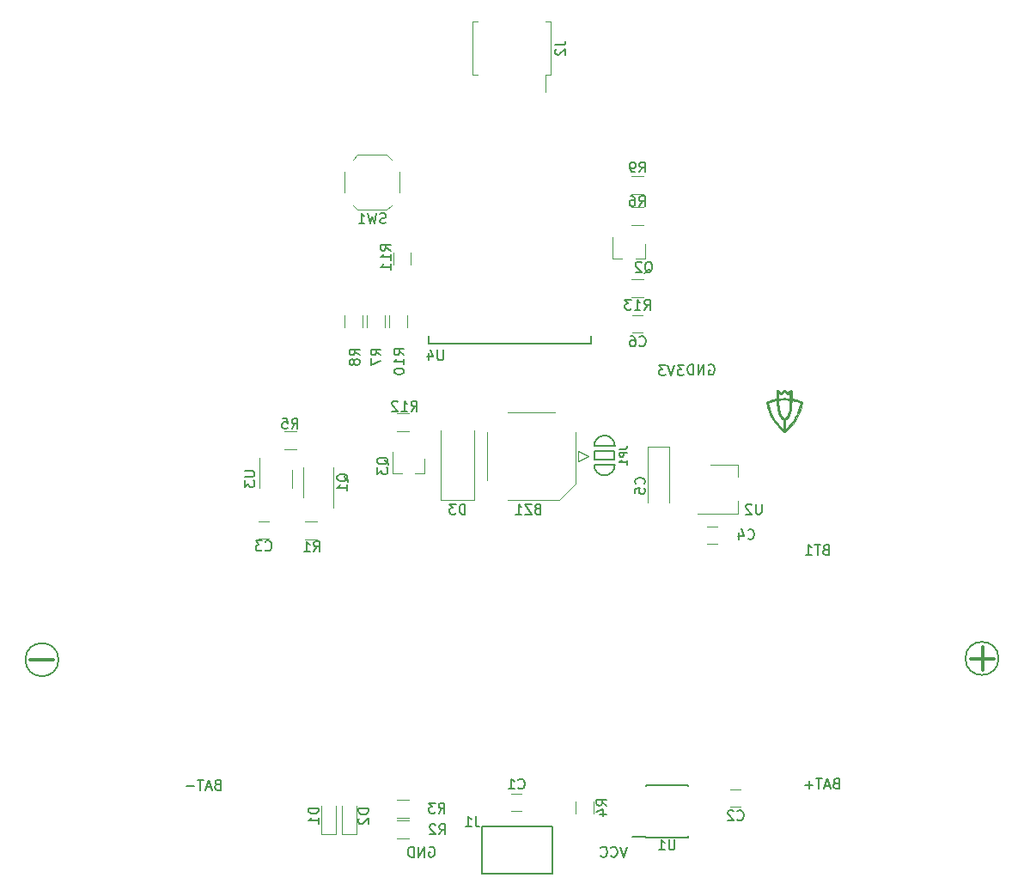
<source format=gbr>
G04 #@! TF.FileFunction,Legend,Bot*
%FSLAX46Y46*%
G04 Gerber Fmt 4.6, Leading zero omitted, Abs format (unit mm)*
G04 Created by KiCad (PCBNEW 4.0.6+dfsg1-1) date Mon Jun 11 19:18:17 2018*
%MOMM*%
%LPD*%
G01*
G04 APERTURE LIST*
%ADD10C,0.100000*%
%ADD11C,0.200000*%
%ADD12C,0.300000*%
%ADD13C,0.120000*%
%ADD14C,0.010000*%
%ADD15C,0.150000*%
%ADD16C,0.203200*%
%ADD17C,0.152400*%
G04 APERTURE END LIST*
D10*
D11*
X123508275Y-115887500D02*
G75*
G03X123508275Y-115887500I-1631775J0D01*
G01*
X216154775Y-115760500D02*
G75*
G03X216154775Y-115760500I-1631775J0D01*
G01*
D12*
X120733643Y-115911286D02*
X123019357Y-115911286D01*
X213443643Y-115784286D02*
X215729357Y-115784286D01*
X214586500Y-116927143D02*
X214586500Y-114641429D01*
D13*
X147618000Y-96925000D02*
X147618000Y-99925000D01*
X150618000Y-96925000D02*
X150618000Y-100925000D01*
D14*
G36*
X195016806Y-89284684D02*
X194993853Y-89297307D01*
X194962985Y-89321227D01*
X194921198Y-89358800D01*
X194865484Y-89412382D01*
X194858275Y-89419453D01*
X194717350Y-89557907D01*
X194572290Y-89419453D01*
X194511293Y-89362239D01*
X194464628Y-89321718D01*
X194429020Y-89296276D01*
X194401198Y-89284296D01*
X194377887Y-89284164D01*
X194355815Y-89294263D01*
X194340932Y-89305264D01*
X194310950Y-89329529D01*
X194307276Y-89743298D01*
X194303602Y-90157066D01*
X194275526Y-90163033D01*
X194247943Y-90168567D01*
X194205910Y-90176652D01*
X194171250Y-90183164D01*
X194097397Y-90198543D01*
X194007086Y-90219877D01*
X193907973Y-90245132D01*
X193807715Y-90272277D01*
X193713964Y-90299280D01*
X193634377Y-90324109D01*
X193612450Y-90331505D01*
X193509200Y-90368190D01*
X193428434Y-90399167D01*
X193368123Y-90425380D01*
X193326238Y-90447769D01*
X193300749Y-90467275D01*
X193291214Y-90480485D01*
X193285187Y-90513840D01*
X193286548Y-90567973D01*
X193294569Y-90639595D01*
X193308523Y-90725418D01*
X193327680Y-90822152D01*
X193351313Y-90926506D01*
X193378693Y-91035193D01*
X193409092Y-91144922D01*
X193441783Y-91252404D01*
X193476037Y-91354349D01*
X193497668Y-91413144D01*
X193620008Y-91699930D01*
X193766144Y-91983748D01*
X193934479Y-92262317D01*
X194123419Y-92533360D01*
X194331368Y-92794595D01*
X194556732Y-93043744D01*
X194797914Y-93278528D01*
X194812600Y-93291879D01*
X194882455Y-93354040D01*
X194937112Y-93399921D01*
X194979151Y-93431388D01*
X195011151Y-93450305D01*
X195035691Y-93458534D01*
X195044204Y-93459252D01*
X195063427Y-93451463D01*
X195095818Y-93430630D01*
X195135593Y-93400623D01*
X195152154Y-93387019D01*
X195306373Y-93251926D01*
X195456170Y-93110518D01*
X195593328Y-92970624D01*
X195623035Y-92938600D01*
X195848558Y-92677111D01*
X196051246Y-92409768D01*
X196230704Y-92137298D01*
X196386540Y-91860427D01*
X196518358Y-91579883D01*
X196625765Y-91296391D01*
X196708367Y-91010679D01*
X196736827Y-90884089D01*
X196754320Y-90793254D01*
X196768849Y-90706791D01*
X196779900Y-90628776D01*
X196786325Y-90569157D01*
X196617633Y-90569157D01*
X196609443Y-90633103D01*
X196568013Y-90871624D01*
X196504315Y-91117174D01*
X196419339Y-91366577D01*
X196314076Y-91616657D01*
X196280481Y-91687650D01*
X196175836Y-91891578D01*
X196064814Y-92083660D01*
X195943992Y-92268937D01*
X195809944Y-92452451D01*
X195659246Y-92639242D01*
X195542176Y-92774465D01*
X195497638Y-92823296D01*
X195445819Y-92877955D01*
X195389703Y-92935527D01*
X195332272Y-92993100D01*
X195276509Y-93047760D01*
X195225398Y-93096595D01*
X195181921Y-93136690D01*
X195149061Y-93165133D01*
X195129801Y-93179010D01*
X195127036Y-93179900D01*
X195124853Y-93167666D01*
X195122844Y-93132828D01*
X195121065Y-93078184D01*
X195119574Y-93006528D01*
X195118428Y-92920657D01*
X195117685Y-92823367D01*
X195117402Y-92717454D01*
X195117400Y-92710326D01*
X195117400Y-92242524D01*
X194952300Y-92242524D01*
X194952300Y-92711212D01*
X194952084Y-92817485D01*
X194951467Y-92915315D01*
X194950499Y-93001903D01*
X194949231Y-93074449D01*
X194947710Y-93130157D01*
X194945988Y-93166225D01*
X194944114Y-93179856D01*
X194944000Y-93179900D01*
X194932587Y-93171439D01*
X194906406Y-93148062D01*
X194868687Y-93112772D01*
X194822660Y-93068573D01*
X194790362Y-93037025D01*
X194550410Y-92786105D01*
X194332134Y-92526684D01*
X194136023Y-92259630D01*
X193962566Y-91985810D01*
X193812253Y-91706093D01*
X193685573Y-91421346D01*
X193583015Y-91132438D01*
X193505068Y-90840237D01*
X193478492Y-90709750D01*
X193468170Y-90651892D01*
X193462752Y-90613839D01*
X193462149Y-90590493D01*
X193466275Y-90576753D01*
X193475043Y-90567521D01*
X193476039Y-90566751D01*
X193501897Y-90553110D01*
X193548475Y-90534611D01*
X193611819Y-90512412D01*
X193687971Y-90487675D01*
X193772975Y-90461557D01*
X193862877Y-90435219D01*
X193953719Y-90409819D01*
X194041546Y-90386518D01*
X194122402Y-90366474D01*
X194192330Y-90350848D01*
X194246594Y-90340914D01*
X194304600Y-90332215D01*
X194304789Y-90501932D01*
X194311534Y-90766511D01*
X194331076Y-91012324D01*
X194363283Y-91238775D01*
X194408025Y-91445269D01*
X194465170Y-91631208D01*
X194534587Y-91795997D01*
X194616146Y-91939038D01*
X194622392Y-91948348D01*
X194675377Y-92017559D01*
X194738343Y-92085896D01*
X194804633Y-92146868D01*
X194867589Y-92193983D01*
X194885370Y-92204751D01*
X194952300Y-92242524D01*
X195117400Y-92242524D01*
X195117400Y-92240752D01*
X195158675Y-92219878D01*
X195257157Y-92156685D01*
X195350085Y-92070301D01*
X195436089Y-91962587D01*
X195513797Y-91835407D01*
X195581839Y-91690622D01*
X195616932Y-91597583D01*
X195658299Y-91465389D01*
X195691866Y-91329107D01*
X195718245Y-91184658D01*
X195738048Y-91027966D01*
X195751886Y-90854956D01*
X195760370Y-90661549D01*
X195761064Y-90636511D01*
X195768961Y-90334673D01*
X195814656Y-90342519D01*
X196022364Y-90385062D01*
X196239177Y-90442324D01*
X196455558Y-90511769D01*
X196467592Y-90516011D01*
X196617633Y-90569157D01*
X196786325Y-90569157D01*
X196786958Y-90563289D01*
X196789510Y-90514408D01*
X196787042Y-90486212D01*
X196787009Y-90486109D01*
X196771773Y-90466713D01*
X196741248Y-90443784D01*
X196718273Y-90430690D01*
X196654589Y-90402144D01*
X196570802Y-90370201D01*
X196471743Y-90336320D01*
X196397978Y-90313171D01*
X195590160Y-90313171D01*
X195583895Y-90657510D01*
X195581328Y-90775449D01*
X195578158Y-90872406D01*
X195574093Y-90952802D01*
X195568839Y-91021052D01*
X195562104Y-91081576D01*
X195553595Y-91138790D01*
X195550954Y-91154250D01*
X195512044Y-91344619D01*
X195465619Y-91512443D01*
X195410918Y-91659664D01*
X195347175Y-91788224D01*
X195273629Y-91900064D01*
X195242282Y-91939381D01*
X195207705Y-91975229D01*
X195164876Y-92012196D01*
X195119816Y-92045894D01*
X195078545Y-92071937D01*
X195047083Y-92085936D01*
X195039473Y-92087179D01*
X195019165Y-92080706D01*
X194985221Y-92063179D01*
X194944699Y-92038275D01*
X194941463Y-92036126D01*
X194851612Y-91961499D01*
X194770605Y-91864208D01*
X194698837Y-91745543D01*
X194636702Y-91606794D01*
X194584596Y-91449251D01*
X194542914Y-91274203D01*
X194512051Y-91082941D01*
X194492401Y-90876753D01*
X194484360Y-90656930D01*
X194484776Y-90544650D01*
X194488750Y-90303350D01*
X194558600Y-90294606D01*
X194634476Y-90287218D01*
X194726176Y-90281689D01*
X194829485Y-90277971D01*
X194940189Y-90276019D01*
X195054074Y-90275784D01*
X195166924Y-90277222D01*
X195274524Y-90280285D01*
X195372660Y-90284928D01*
X195457118Y-90291102D01*
X195523681Y-90298763D01*
X195560155Y-90305661D01*
X195590160Y-90313171D01*
X196397978Y-90313171D01*
X196362241Y-90301956D01*
X196247125Y-90268569D01*
X196131225Y-90237614D01*
X196019370Y-90210550D01*
X195917500Y-90189046D01*
X195865575Y-90178845D01*
X195821429Y-90169745D01*
X195792413Y-90163278D01*
X195787325Y-90161957D01*
X195781148Y-90158642D01*
X195776229Y-90150881D01*
X195772426Y-90136054D01*
X195769597Y-90111543D01*
X195767600Y-90074731D01*
X195766294Y-90023000D01*
X195765537Y-89953731D01*
X195765186Y-89864305D01*
X195765101Y-89752106D01*
X195765100Y-89751756D01*
X195765040Y-89639660D01*
X195764807Y-89568695D01*
X195587300Y-89568695D01*
X195587300Y-90133225D01*
X195476175Y-90123037D01*
X195432757Y-90120255D01*
X195368786Y-90117763D01*
X195289109Y-90115669D01*
X195198572Y-90114082D01*
X195102021Y-90113110D01*
X195022150Y-90112850D01*
X194925194Y-90113203D01*
X194831127Y-90114200D01*
X194744601Y-90115739D01*
X194670262Y-90117724D01*
X194612761Y-90120055D01*
X194580825Y-90122213D01*
X194482400Y-90131576D01*
X194482400Y-89568695D01*
X194582542Y-89666147D01*
X194629453Y-89711130D01*
X194666508Y-89742094D01*
X194697905Y-89758482D01*
X194727837Y-89759738D01*
X194760501Y-89745305D01*
X194800092Y-89714626D01*
X194850806Y-89667146D01*
X194893926Y-89624839D01*
X195034850Y-89486079D01*
X195177568Y-89624839D01*
X195237224Y-89681730D01*
X195282360Y-89721958D01*
X195315609Y-89747597D01*
X195339600Y-89760719D01*
X195353651Y-89763600D01*
X195376282Y-89757583D01*
X195406861Y-89738057D01*
X195448424Y-89702805D01*
X195487159Y-89666147D01*
X195587300Y-89568695D01*
X195764807Y-89568695D01*
X195764745Y-89550140D01*
X195764046Y-89480372D01*
X195762773Y-89427534D01*
X195760756Y-89388803D01*
X195757824Y-89361353D01*
X195753809Y-89342363D01*
X195748539Y-89329008D01*
X195741846Y-89318465D01*
X195738779Y-89314462D01*
X195718577Y-89292926D01*
X195697772Y-89282281D01*
X195673421Y-89283833D01*
X195642581Y-89298892D01*
X195602309Y-89328763D01*
X195549663Y-89374755D01*
X195500672Y-89420251D01*
X195352780Y-89559503D01*
X195211640Y-89420251D01*
X195154258Y-89364559D01*
X195111113Y-89325157D01*
X195079205Y-89299682D01*
X195055533Y-89285771D01*
X195037097Y-89281060D01*
X195034851Y-89281000D01*
X195016806Y-89284684D01*
X195016806Y-89284684D01*
G37*
X195016806Y-89284684D02*
X194993853Y-89297307D01*
X194962985Y-89321227D01*
X194921198Y-89358800D01*
X194865484Y-89412382D01*
X194858275Y-89419453D01*
X194717350Y-89557907D01*
X194572290Y-89419453D01*
X194511293Y-89362239D01*
X194464628Y-89321718D01*
X194429020Y-89296276D01*
X194401198Y-89284296D01*
X194377887Y-89284164D01*
X194355815Y-89294263D01*
X194340932Y-89305264D01*
X194310950Y-89329529D01*
X194307276Y-89743298D01*
X194303602Y-90157066D01*
X194275526Y-90163033D01*
X194247943Y-90168567D01*
X194205910Y-90176652D01*
X194171250Y-90183164D01*
X194097397Y-90198543D01*
X194007086Y-90219877D01*
X193907973Y-90245132D01*
X193807715Y-90272277D01*
X193713964Y-90299280D01*
X193634377Y-90324109D01*
X193612450Y-90331505D01*
X193509200Y-90368190D01*
X193428434Y-90399167D01*
X193368123Y-90425380D01*
X193326238Y-90447769D01*
X193300749Y-90467275D01*
X193291214Y-90480485D01*
X193285187Y-90513840D01*
X193286548Y-90567973D01*
X193294569Y-90639595D01*
X193308523Y-90725418D01*
X193327680Y-90822152D01*
X193351313Y-90926506D01*
X193378693Y-91035193D01*
X193409092Y-91144922D01*
X193441783Y-91252404D01*
X193476037Y-91354349D01*
X193497668Y-91413144D01*
X193620008Y-91699930D01*
X193766144Y-91983748D01*
X193934479Y-92262317D01*
X194123419Y-92533360D01*
X194331368Y-92794595D01*
X194556732Y-93043744D01*
X194797914Y-93278528D01*
X194812600Y-93291879D01*
X194882455Y-93354040D01*
X194937112Y-93399921D01*
X194979151Y-93431388D01*
X195011151Y-93450305D01*
X195035691Y-93458534D01*
X195044204Y-93459252D01*
X195063427Y-93451463D01*
X195095818Y-93430630D01*
X195135593Y-93400623D01*
X195152154Y-93387019D01*
X195306373Y-93251926D01*
X195456170Y-93110518D01*
X195593328Y-92970624D01*
X195623035Y-92938600D01*
X195848558Y-92677111D01*
X196051246Y-92409768D01*
X196230704Y-92137298D01*
X196386540Y-91860427D01*
X196518358Y-91579883D01*
X196625765Y-91296391D01*
X196708367Y-91010679D01*
X196736827Y-90884089D01*
X196754320Y-90793254D01*
X196768849Y-90706791D01*
X196779900Y-90628776D01*
X196786325Y-90569157D01*
X196617633Y-90569157D01*
X196609443Y-90633103D01*
X196568013Y-90871624D01*
X196504315Y-91117174D01*
X196419339Y-91366577D01*
X196314076Y-91616657D01*
X196280481Y-91687650D01*
X196175836Y-91891578D01*
X196064814Y-92083660D01*
X195943992Y-92268937D01*
X195809944Y-92452451D01*
X195659246Y-92639242D01*
X195542176Y-92774465D01*
X195497638Y-92823296D01*
X195445819Y-92877955D01*
X195389703Y-92935527D01*
X195332272Y-92993100D01*
X195276509Y-93047760D01*
X195225398Y-93096595D01*
X195181921Y-93136690D01*
X195149061Y-93165133D01*
X195129801Y-93179010D01*
X195127036Y-93179900D01*
X195124853Y-93167666D01*
X195122844Y-93132828D01*
X195121065Y-93078184D01*
X195119574Y-93006528D01*
X195118428Y-92920657D01*
X195117685Y-92823367D01*
X195117402Y-92717454D01*
X195117400Y-92710326D01*
X195117400Y-92242524D01*
X194952300Y-92242524D01*
X194952300Y-92711212D01*
X194952084Y-92817485D01*
X194951467Y-92915315D01*
X194950499Y-93001903D01*
X194949231Y-93074449D01*
X194947710Y-93130157D01*
X194945988Y-93166225D01*
X194944114Y-93179856D01*
X194944000Y-93179900D01*
X194932587Y-93171439D01*
X194906406Y-93148062D01*
X194868687Y-93112772D01*
X194822660Y-93068573D01*
X194790362Y-93037025D01*
X194550410Y-92786105D01*
X194332134Y-92526684D01*
X194136023Y-92259630D01*
X193962566Y-91985810D01*
X193812253Y-91706093D01*
X193685573Y-91421346D01*
X193583015Y-91132438D01*
X193505068Y-90840237D01*
X193478492Y-90709750D01*
X193468170Y-90651892D01*
X193462752Y-90613839D01*
X193462149Y-90590493D01*
X193466275Y-90576753D01*
X193475043Y-90567521D01*
X193476039Y-90566751D01*
X193501897Y-90553110D01*
X193548475Y-90534611D01*
X193611819Y-90512412D01*
X193687971Y-90487675D01*
X193772975Y-90461557D01*
X193862877Y-90435219D01*
X193953719Y-90409819D01*
X194041546Y-90386518D01*
X194122402Y-90366474D01*
X194192330Y-90350848D01*
X194246594Y-90340914D01*
X194304600Y-90332215D01*
X194304789Y-90501932D01*
X194311534Y-90766511D01*
X194331076Y-91012324D01*
X194363283Y-91238775D01*
X194408025Y-91445269D01*
X194465170Y-91631208D01*
X194534587Y-91795997D01*
X194616146Y-91939038D01*
X194622392Y-91948348D01*
X194675377Y-92017559D01*
X194738343Y-92085896D01*
X194804633Y-92146868D01*
X194867589Y-92193983D01*
X194885370Y-92204751D01*
X194952300Y-92242524D01*
X195117400Y-92242524D01*
X195117400Y-92240752D01*
X195158675Y-92219878D01*
X195257157Y-92156685D01*
X195350085Y-92070301D01*
X195436089Y-91962587D01*
X195513797Y-91835407D01*
X195581839Y-91690622D01*
X195616932Y-91597583D01*
X195658299Y-91465389D01*
X195691866Y-91329107D01*
X195718245Y-91184658D01*
X195738048Y-91027966D01*
X195751886Y-90854956D01*
X195760370Y-90661549D01*
X195761064Y-90636511D01*
X195768961Y-90334673D01*
X195814656Y-90342519D01*
X196022364Y-90385062D01*
X196239177Y-90442324D01*
X196455558Y-90511769D01*
X196467592Y-90516011D01*
X196617633Y-90569157D01*
X196786325Y-90569157D01*
X196786958Y-90563289D01*
X196789510Y-90514408D01*
X196787042Y-90486212D01*
X196787009Y-90486109D01*
X196771773Y-90466713D01*
X196741248Y-90443784D01*
X196718273Y-90430690D01*
X196654589Y-90402144D01*
X196570802Y-90370201D01*
X196471743Y-90336320D01*
X196397978Y-90313171D01*
X195590160Y-90313171D01*
X195583895Y-90657510D01*
X195581328Y-90775449D01*
X195578158Y-90872406D01*
X195574093Y-90952802D01*
X195568839Y-91021052D01*
X195562104Y-91081576D01*
X195553595Y-91138790D01*
X195550954Y-91154250D01*
X195512044Y-91344619D01*
X195465619Y-91512443D01*
X195410918Y-91659664D01*
X195347175Y-91788224D01*
X195273629Y-91900064D01*
X195242282Y-91939381D01*
X195207705Y-91975229D01*
X195164876Y-92012196D01*
X195119816Y-92045894D01*
X195078545Y-92071937D01*
X195047083Y-92085936D01*
X195039473Y-92087179D01*
X195019165Y-92080706D01*
X194985221Y-92063179D01*
X194944699Y-92038275D01*
X194941463Y-92036126D01*
X194851612Y-91961499D01*
X194770605Y-91864208D01*
X194698837Y-91745543D01*
X194636702Y-91606794D01*
X194584596Y-91449251D01*
X194542914Y-91274203D01*
X194512051Y-91082941D01*
X194492401Y-90876753D01*
X194484360Y-90656930D01*
X194484776Y-90544650D01*
X194488750Y-90303350D01*
X194558600Y-90294606D01*
X194634476Y-90287218D01*
X194726176Y-90281689D01*
X194829485Y-90277971D01*
X194940189Y-90276019D01*
X195054074Y-90275784D01*
X195166924Y-90277222D01*
X195274524Y-90280285D01*
X195372660Y-90284928D01*
X195457118Y-90291102D01*
X195523681Y-90298763D01*
X195560155Y-90305661D01*
X195590160Y-90313171D01*
X196397978Y-90313171D01*
X196362241Y-90301956D01*
X196247125Y-90268569D01*
X196131225Y-90237614D01*
X196019370Y-90210550D01*
X195917500Y-90189046D01*
X195865575Y-90178845D01*
X195821429Y-90169745D01*
X195792413Y-90163278D01*
X195787325Y-90161957D01*
X195781148Y-90158642D01*
X195776229Y-90150881D01*
X195772426Y-90136054D01*
X195769597Y-90111543D01*
X195767600Y-90074731D01*
X195766294Y-90023000D01*
X195765537Y-89953731D01*
X195765186Y-89864305D01*
X195765101Y-89752106D01*
X195765100Y-89751756D01*
X195765040Y-89639660D01*
X195764807Y-89568695D01*
X195587300Y-89568695D01*
X195587300Y-90133225D01*
X195476175Y-90123037D01*
X195432757Y-90120255D01*
X195368786Y-90117763D01*
X195289109Y-90115669D01*
X195198572Y-90114082D01*
X195102021Y-90113110D01*
X195022150Y-90112850D01*
X194925194Y-90113203D01*
X194831127Y-90114200D01*
X194744601Y-90115739D01*
X194670262Y-90117724D01*
X194612761Y-90120055D01*
X194580825Y-90122213D01*
X194482400Y-90131576D01*
X194482400Y-89568695D01*
X194582542Y-89666147D01*
X194629453Y-89711130D01*
X194666508Y-89742094D01*
X194697905Y-89758482D01*
X194727837Y-89759738D01*
X194760501Y-89745305D01*
X194800092Y-89714626D01*
X194850806Y-89667146D01*
X194893926Y-89624839D01*
X195034850Y-89486079D01*
X195177568Y-89624839D01*
X195237224Y-89681730D01*
X195282360Y-89721958D01*
X195315609Y-89747597D01*
X195339600Y-89760719D01*
X195353651Y-89763600D01*
X195376282Y-89757583D01*
X195406861Y-89738057D01*
X195448424Y-89702805D01*
X195487159Y-89666147D01*
X195587300Y-89568695D01*
X195764807Y-89568695D01*
X195764745Y-89550140D01*
X195764046Y-89480372D01*
X195762773Y-89427534D01*
X195760756Y-89388803D01*
X195757824Y-89361353D01*
X195753809Y-89342363D01*
X195748539Y-89329008D01*
X195741846Y-89318465D01*
X195738779Y-89314462D01*
X195718577Y-89292926D01*
X195697772Y-89282281D01*
X195673421Y-89283833D01*
X195642581Y-89298892D01*
X195602309Y-89328763D01*
X195549663Y-89374755D01*
X195500672Y-89420251D01*
X195352780Y-89559503D01*
X195211640Y-89420251D01*
X195154258Y-89364559D01*
X195111113Y-89325157D01*
X195079205Y-89299682D01*
X195055533Y-89285771D01*
X195037097Y-89281060D01*
X195034851Y-89281000D01*
X195016806Y-89284684D01*
D10*
X174762000Y-96326000D02*
X174762000Y-95326000D01*
X175762000Y-95826000D02*
X174762000Y-95326000D01*
X174762000Y-96326000D02*
X175762000Y-95826000D01*
X174462000Y-98476000D02*
X174462000Y-98576000D01*
X174462000Y-98576000D02*
X172862000Y-100176000D01*
X172862000Y-100176000D02*
X167762000Y-100176000D01*
X167762000Y-91476000D02*
X172462000Y-91476000D01*
X165762000Y-98176000D02*
X165762000Y-93476000D01*
X174462000Y-98476000D02*
X174462000Y-93476000D01*
D13*
X168156000Y-129071000D02*
X169156000Y-129071000D01*
X169156000Y-130771000D02*
X168156000Y-130771000D01*
X190746000Y-130390000D02*
X189746000Y-130390000D01*
X189746000Y-128690000D02*
X190746000Y-128690000D01*
X143220500Y-102274000D02*
X144220500Y-102274000D01*
X144220500Y-103974000D02*
X143220500Y-103974000D01*
X187460000Y-102782000D02*
X188460000Y-102782000D01*
X188460000Y-104482000D02*
X187460000Y-104482000D01*
X181576000Y-94906000D02*
X181576000Y-100406000D01*
X183676000Y-94906000D02*
X183676000Y-100406000D01*
X181576000Y-94906000D02*
X183676000Y-94906000D01*
X181094000Y-83654000D02*
X180094000Y-83654000D01*
X180094000Y-81954000D02*
X181094000Y-81954000D01*
X150814000Y-133118000D02*
X149414000Y-133118000D01*
X149414000Y-133118000D02*
X149414000Y-130318000D01*
X150814000Y-133118000D02*
X150814000Y-130318000D01*
X152846000Y-133118000D02*
X151446000Y-133118000D01*
X151446000Y-133118000D02*
X151446000Y-130318000D01*
X152846000Y-133118000D02*
X152846000Y-130318000D01*
X164464000Y-100158000D02*
X161164000Y-100158000D01*
X161164000Y-100158000D02*
X161164000Y-93258000D01*
X164464000Y-100158000D02*
X164464000Y-93258000D01*
D15*
X172156000Y-132300000D02*
X172156000Y-137000000D01*
X172156000Y-137000000D02*
X165256000Y-137000000D01*
X165256000Y-137000000D02*
X165256000Y-132300000D01*
X165256000Y-132300000D02*
X172156000Y-132300000D01*
D13*
X171488000Y-58226000D02*
X172018000Y-58226000D01*
X172018000Y-58226000D02*
X172018000Y-53026000D01*
X172018000Y-53026000D02*
X171488000Y-53026000D01*
X164808000Y-58226000D02*
X164278000Y-58226000D01*
X164278000Y-58226000D02*
X164278000Y-53026000D01*
X164278000Y-53026000D02*
X164808000Y-53026000D01*
X171488000Y-59896000D02*
X171488000Y-58226000D01*
D16*
X176312000Y-95358000D02*
X178312000Y-95358000D01*
X178312000Y-95358000D02*
X178312000Y-96158000D01*
X178312000Y-96158000D02*
X176312000Y-96158000D01*
X176312000Y-96158000D02*
X176312000Y-95358000D01*
X178328000Y-96712000D02*
X176296000Y-96712000D01*
X176296000Y-94804000D02*
X178328000Y-94804000D01*
X178328000Y-96712000D02*
G75*
G02X177312000Y-97728000I-1016000J0D01*
G01*
X177312000Y-97728000D02*
G75*
G02X176296000Y-96712000I0J1016000D01*
G01*
X176296000Y-94804000D02*
G75*
G02X177312000Y-93788000I1016000J0D01*
G01*
X177312000Y-93788000D02*
G75*
G02X178328000Y-94804000I0J-1016000D01*
G01*
D13*
X181305000Y-76388500D02*
X180375000Y-76388500D01*
X178145000Y-76388500D02*
X179075000Y-76388500D01*
X178145000Y-76388500D02*
X178145000Y-74228500D01*
X181305000Y-76388500D02*
X181305000Y-74928500D01*
X159568000Y-97534000D02*
X158638000Y-97534000D01*
X156408000Y-97534000D02*
X157338000Y-97534000D01*
X156408000Y-97534000D02*
X156408000Y-95374000D01*
X159568000Y-97534000D02*
X159568000Y-96074000D01*
X147819500Y-104004000D02*
X149019500Y-104004000D01*
X149019500Y-102244000D02*
X147819500Y-102244000D01*
X156880000Y-133468000D02*
X158080000Y-133468000D01*
X158080000Y-131708000D02*
X156880000Y-131708000D01*
X156880000Y-131436000D02*
X158080000Y-131436000D01*
X158080000Y-129676000D02*
X156880000Y-129676000D01*
X174507000Y-129829000D02*
X174507000Y-131029000D01*
X176267000Y-131029000D02*
X176267000Y-129829000D01*
X146924000Y-93354000D02*
X145724000Y-93354000D01*
X145724000Y-95114000D02*
X146924000Y-95114000D01*
X181194000Y-71256000D02*
X179994000Y-71256000D01*
X179994000Y-73016000D02*
X181194000Y-73016000D01*
X153889500Y-81950000D02*
X153889500Y-83150000D01*
X155649500Y-83150000D02*
X155649500Y-81950000D01*
X151730500Y-81950000D02*
X151730500Y-83150000D01*
X153490500Y-83150000D02*
X153490500Y-81950000D01*
X179994000Y-69968000D02*
X181194000Y-69968000D01*
X181194000Y-68208000D02*
X179994000Y-68208000D01*
X157852000Y-83150000D02*
X157852000Y-81950000D01*
X156092000Y-81950000D02*
X156092000Y-83150000D01*
X156493000Y-75790500D02*
X156493000Y-76990500D01*
X158253000Y-76990500D02*
X158253000Y-75790500D01*
X158080000Y-91576000D02*
X156880000Y-91576000D01*
X156880000Y-93336000D02*
X158080000Y-93336000D01*
X181194000Y-78368000D02*
X179994000Y-78368000D01*
X179994000Y-80128000D02*
X181194000Y-80128000D01*
X152982000Y-71534000D02*
X155882000Y-71534000D01*
X152532000Y-71084000D02*
X152982000Y-71534000D01*
X151732000Y-67834000D02*
X151732000Y-69834000D01*
X152982000Y-66134000D02*
X152532000Y-66584000D01*
X155882000Y-66134000D02*
X152982000Y-66134000D01*
X156332000Y-66584000D02*
X155882000Y-66134000D01*
X157132000Y-69834000D02*
X157132000Y-67834000D01*
X155882000Y-71534000D02*
X156332000Y-71084000D01*
D15*
X181440000Y-133385000D02*
X181440000Y-133335000D01*
X185590000Y-133385000D02*
X185590000Y-133240000D01*
X185590000Y-128235000D02*
X185590000Y-128380000D01*
X181440000Y-128235000D02*
X181440000Y-128380000D01*
X181440000Y-133385000D02*
X185590000Y-133385000D01*
X181440000Y-128235000D02*
X185590000Y-128235000D01*
X181440000Y-133335000D02*
X180040000Y-133335000D01*
D13*
X190502000Y-97860000D02*
X190502000Y-96660000D01*
X190502000Y-96660000D02*
X187802000Y-96660000D01*
X186502000Y-101460000D02*
X190502000Y-101460000D01*
X190502000Y-101460000D02*
X190502000Y-100260000D01*
X146537000Y-97144000D02*
X146537000Y-98944000D01*
X143317000Y-98944000D02*
X143317000Y-95994000D01*
D17*
X176022000Y-83947000D02*
X176022000Y-84709000D01*
X176022000Y-84709000D02*
X160020000Y-84709000D01*
X160020000Y-84709000D02*
X160020000Y-83947000D01*
D15*
X152065619Y-98329762D02*
X152018000Y-98234524D01*
X151922762Y-98139286D01*
X151779905Y-97996429D01*
X151732286Y-97901190D01*
X151732286Y-97805952D01*
X151970381Y-97853571D02*
X151922762Y-97758333D01*
X151827524Y-97663095D01*
X151637048Y-97615476D01*
X151303714Y-97615476D01*
X151113238Y-97663095D01*
X151018000Y-97758333D01*
X150970381Y-97853571D01*
X150970381Y-98044048D01*
X151018000Y-98139286D01*
X151113238Y-98234524D01*
X151303714Y-98282143D01*
X151637048Y-98282143D01*
X151827524Y-98234524D01*
X151922762Y-98139286D01*
X151970381Y-98044048D01*
X151970381Y-97853571D01*
X151970381Y-99234524D02*
X151970381Y-98663095D01*
X151970381Y-98948809D02*
X150970381Y-98948809D01*
X151113238Y-98853571D01*
X151208476Y-98758333D01*
X151256095Y-98663095D01*
X199116214Y-105021071D02*
X198973357Y-105068690D01*
X198925738Y-105116310D01*
X198878119Y-105211548D01*
X198878119Y-105354405D01*
X198925738Y-105449643D01*
X198973357Y-105497262D01*
X199068595Y-105544881D01*
X199449548Y-105544881D01*
X199449548Y-104544881D01*
X199116214Y-104544881D01*
X199020976Y-104592500D01*
X198973357Y-104640119D01*
X198925738Y-104735357D01*
X198925738Y-104830595D01*
X198973357Y-104925833D01*
X199020976Y-104973452D01*
X199116214Y-105021071D01*
X199449548Y-105021071D01*
X198592405Y-104544881D02*
X198020976Y-104544881D01*
X198306691Y-105544881D02*
X198306691Y-104544881D01*
X197163833Y-105544881D02*
X197735262Y-105544881D01*
X197449548Y-105544881D02*
X197449548Y-104544881D01*
X197544786Y-104687738D01*
X197640024Y-104782976D01*
X197735262Y-104830595D01*
X170699952Y-101020571D02*
X170557095Y-101068190D01*
X170509476Y-101115810D01*
X170461857Y-101211048D01*
X170461857Y-101353905D01*
X170509476Y-101449143D01*
X170557095Y-101496762D01*
X170652333Y-101544381D01*
X171033286Y-101544381D01*
X171033286Y-100544381D01*
X170699952Y-100544381D01*
X170604714Y-100592000D01*
X170557095Y-100639619D01*
X170509476Y-100734857D01*
X170509476Y-100830095D01*
X170557095Y-100925333D01*
X170604714Y-100972952D01*
X170699952Y-101020571D01*
X171033286Y-101020571D01*
X170128524Y-100544381D02*
X169461857Y-100544381D01*
X170128524Y-101544381D01*
X169461857Y-101544381D01*
X168557095Y-101544381D02*
X169128524Y-101544381D01*
X168842810Y-101544381D02*
X168842810Y-100544381D01*
X168938048Y-100687238D01*
X169033286Y-100782476D01*
X169128524Y-100830095D01*
X168822666Y-128528143D02*
X168870285Y-128575762D01*
X169013142Y-128623381D01*
X169108380Y-128623381D01*
X169251238Y-128575762D01*
X169346476Y-128480524D01*
X169394095Y-128385286D01*
X169441714Y-128194810D01*
X169441714Y-128051952D01*
X169394095Y-127861476D01*
X169346476Y-127766238D01*
X169251238Y-127671000D01*
X169108380Y-127623381D01*
X169013142Y-127623381D01*
X168870285Y-127671000D01*
X168822666Y-127718619D01*
X167870285Y-128623381D02*
X168441714Y-128623381D01*
X168156000Y-128623381D02*
X168156000Y-127623381D01*
X168251238Y-127766238D01*
X168346476Y-127861476D01*
X168441714Y-127909095D01*
X190412666Y-131647143D02*
X190460285Y-131694762D01*
X190603142Y-131742381D01*
X190698380Y-131742381D01*
X190841238Y-131694762D01*
X190936476Y-131599524D01*
X190984095Y-131504286D01*
X191031714Y-131313810D01*
X191031714Y-131170952D01*
X190984095Y-130980476D01*
X190936476Y-130885238D01*
X190841238Y-130790000D01*
X190698380Y-130742381D01*
X190603142Y-130742381D01*
X190460285Y-130790000D01*
X190412666Y-130837619D01*
X190031714Y-130837619D02*
X189984095Y-130790000D01*
X189888857Y-130742381D01*
X189650761Y-130742381D01*
X189555523Y-130790000D01*
X189507904Y-130837619D01*
X189460285Y-130932857D01*
X189460285Y-131028095D01*
X189507904Y-131170952D01*
X190079333Y-131742381D01*
X189460285Y-131742381D01*
X143887166Y-105068643D02*
X143934785Y-105116262D01*
X144077642Y-105163881D01*
X144172880Y-105163881D01*
X144315738Y-105116262D01*
X144410976Y-105021024D01*
X144458595Y-104925786D01*
X144506214Y-104735310D01*
X144506214Y-104592452D01*
X144458595Y-104401976D01*
X144410976Y-104306738D01*
X144315738Y-104211500D01*
X144172880Y-104163881D01*
X144077642Y-104163881D01*
X143934785Y-104211500D01*
X143887166Y-104259119D01*
X143553833Y-104163881D02*
X142934785Y-104163881D01*
X143268119Y-104544833D01*
X143125261Y-104544833D01*
X143030023Y-104592452D01*
X142982404Y-104640071D01*
X142934785Y-104735310D01*
X142934785Y-104973405D01*
X142982404Y-105068643D01*
X143030023Y-105116262D01*
X143125261Y-105163881D01*
X143410976Y-105163881D01*
X143506214Y-105116262D01*
X143553833Y-105068643D01*
X191448666Y-103925643D02*
X191496285Y-103973262D01*
X191639142Y-104020881D01*
X191734380Y-104020881D01*
X191877238Y-103973262D01*
X191972476Y-103878024D01*
X192020095Y-103782786D01*
X192067714Y-103592310D01*
X192067714Y-103449452D01*
X192020095Y-103258976D01*
X191972476Y-103163738D01*
X191877238Y-103068500D01*
X191734380Y-103020881D01*
X191639142Y-103020881D01*
X191496285Y-103068500D01*
X191448666Y-103116119D01*
X190591523Y-103354214D02*
X190591523Y-104020881D01*
X190829619Y-102973262D02*
X191067714Y-103687548D01*
X190448666Y-103687548D01*
X181225143Y-98575834D02*
X181272762Y-98528215D01*
X181320381Y-98385358D01*
X181320381Y-98290120D01*
X181272762Y-98147262D01*
X181177524Y-98052024D01*
X181082286Y-98004405D01*
X180891810Y-97956786D01*
X180748952Y-97956786D01*
X180558476Y-98004405D01*
X180463238Y-98052024D01*
X180368000Y-98147262D01*
X180320381Y-98290120D01*
X180320381Y-98385358D01*
X180368000Y-98528215D01*
X180415619Y-98575834D01*
X180320381Y-99480596D02*
X180320381Y-99004405D01*
X180796571Y-98956786D01*
X180748952Y-99004405D01*
X180701333Y-99099643D01*
X180701333Y-99337739D01*
X180748952Y-99432977D01*
X180796571Y-99480596D01*
X180891810Y-99528215D01*
X181129905Y-99528215D01*
X181225143Y-99480596D01*
X181272762Y-99432977D01*
X181320381Y-99337739D01*
X181320381Y-99099643D01*
X181272762Y-99004405D01*
X181225143Y-98956786D01*
X180760666Y-84911143D02*
X180808285Y-84958762D01*
X180951142Y-85006381D01*
X181046380Y-85006381D01*
X181189238Y-84958762D01*
X181284476Y-84863524D01*
X181332095Y-84768286D01*
X181379714Y-84577810D01*
X181379714Y-84434952D01*
X181332095Y-84244476D01*
X181284476Y-84149238D01*
X181189238Y-84054000D01*
X181046380Y-84006381D01*
X180951142Y-84006381D01*
X180808285Y-84054000D01*
X180760666Y-84101619D01*
X179903523Y-84006381D02*
X180094000Y-84006381D01*
X180189238Y-84054000D01*
X180236857Y-84101619D01*
X180332095Y-84244476D01*
X180379714Y-84434952D01*
X180379714Y-84815905D01*
X180332095Y-84911143D01*
X180284476Y-84958762D01*
X180189238Y-85006381D01*
X179998761Y-85006381D01*
X179903523Y-84958762D01*
X179855904Y-84911143D01*
X179808285Y-84815905D01*
X179808285Y-84577810D01*
X179855904Y-84482571D01*
X179903523Y-84434952D01*
X179998761Y-84387333D01*
X180189238Y-84387333D01*
X180284476Y-84434952D01*
X180332095Y-84482571D01*
X180379714Y-84577810D01*
X149125881Y-130516405D02*
X148125881Y-130516405D01*
X148125881Y-130754500D01*
X148173500Y-130897358D01*
X148268738Y-130992596D01*
X148363976Y-131040215D01*
X148554452Y-131087834D01*
X148697310Y-131087834D01*
X148887786Y-131040215D01*
X148983024Y-130992596D01*
X149078262Y-130897358D01*
X149125881Y-130754500D01*
X149125881Y-130516405D01*
X149125881Y-132040215D02*
X149125881Y-131468786D01*
X149125881Y-131754500D02*
X148125881Y-131754500D01*
X148268738Y-131659262D01*
X148363976Y-131564024D01*
X148411595Y-131468786D01*
X154048381Y-130579905D02*
X153048381Y-130579905D01*
X153048381Y-130818000D01*
X153096000Y-130960858D01*
X153191238Y-131056096D01*
X153286476Y-131103715D01*
X153476952Y-131151334D01*
X153619810Y-131151334D01*
X153810286Y-131103715D01*
X153905524Y-131056096D01*
X154000762Y-130960858D01*
X154048381Y-130818000D01*
X154048381Y-130579905D01*
X153143619Y-131532286D02*
X153096000Y-131579905D01*
X153048381Y-131675143D01*
X153048381Y-131913239D01*
X153096000Y-132008477D01*
X153143619Y-132056096D01*
X153238857Y-132103715D01*
X153334095Y-132103715D01*
X153476952Y-132056096D01*
X154048381Y-131484667D01*
X154048381Y-132103715D01*
X163572095Y-101544381D02*
X163572095Y-100544381D01*
X163334000Y-100544381D01*
X163191142Y-100592000D01*
X163095904Y-100687238D01*
X163048285Y-100782476D01*
X163000666Y-100972952D01*
X163000666Y-101115810D01*
X163048285Y-101306286D01*
X163095904Y-101401524D01*
X163191142Y-101496762D01*
X163334000Y-101544381D01*
X163572095Y-101544381D01*
X162667333Y-100544381D02*
X162048285Y-100544381D01*
X162381619Y-100925333D01*
X162238761Y-100925333D01*
X162143523Y-100972952D01*
X162095904Y-101020571D01*
X162048285Y-101115810D01*
X162048285Y-101353905D01*
X162095904Y-101449143D01*
X162143523Y-101496762D01*
X162238761Y-101544381D01*
X162524476Y-101544381D01*
X162619714Y-101496762D01*
X162667333Y-101449143D01*
X164627833Y-131341881D02*
X164627833Y-132056167D01*
X164675453Y-132199024D01*
X164770691Y-132294262D01*
X164913548Y-132341881D01*
X165008786Y-132341881D01*
X163627833Y-132341881D02*
X164199262Y-132341881D01*
X163913548Y-132341881D02*
X163913548Y-131341881D01*
X164008786Y-131484738D01*
X164104024Y-131579976D01*
X164199262Y-131627595D01*
X172470381Y-55292667D02*
X173184667Y-55292667D01*
X173327524Y-55245047D01*
X173422762Y-55149809D01*
X173470381Y-55006952D01*
X173470381Y-54911714D01*
X172565619Y-55721238D02*
X172518000Y-55768857D01*
X172470381Y-55864095D01*
X172470381Y-56102191D01*
X172518000Y-56197429D01*
X172565619Y-56245048D01*
X172660857Y-56292667D01*
X172756095Y-56292667D01*
X172898952Y-56245048D01*
X173470381Y-55673619D01*
X173470381Y-56292667D01*
D17*
X178799714Y-95123001D02*
X179344000Y-95123001D01*
X179452857Y-95086715D01*
X179525429Y-95014144D01*
X179561714Y-94905287D01*
X179561714Y-94832715D01*
X179561714Y-95485858D02*
X178799714Y-95485858D01*
X178799714Y-95776143D01*
X178836000Y-95848715D01*
X178872286Y-95885000D01*
X178944857Y-95921286D01*
X179053714Y-95921286D01*
X179126286Y-95885000D01*
X179162571Y-95848715D01*
X179198857Y-95776143D01*
X179198857Y-95485858D01*
X179561714Y-96647000D02*
X179561714Y-96211572D01*
X179561714Y-96429286D02*
X178799714Y-96429286D01*
X178908571Y-96356715D01*
X178981143Y-96284143D01*
X179017429Y-96211572D01*
D15*
X181280738Y-77763619D02*
X181375976Y-77716000D01*
X181471214Y-77620762D01*
X181614071Y-77477905D01*
X181709310Y-77430286D01*
X181804548Y-77430286D01*
X181756929Y-77668381D02*
X181852167Y-77620762D01*
X181947405Y-77525524D01*
X181995024Y-77335048D01*
X181995024Y-77001714D01*
X181947405Y-76811238D01*
X181852167Y-76716000D01*
X181756929Y-76668381D01*
X181566452Y-76668381D01*
X181471214Y-76716000D01*
X181375976Y-76811238D01*
X181328357Y-77001714D01*
X181328357Y-77335048D01*
X181375976Y-77525524D01*
X181471214Y-77620762D01*
X181566452Y-77668381D01*
X181756929Y-77668381D01*
X180947405Y-76763619D02*
X180899786Y-76716000D01*
X180804548Y-76668381D01*
X180566452Y-76668381D01*
X180471214Y-76716000D01*
X180423595Y-76763619D01*
X180375976Y-76858857D01*
X180375976Y-76954095D01*
X180423595Y-77096952D01*
X180995024Y-77668381D01*
X180375976Y-77668381D01*
X156035619Y-96678762D02*
X155988000Y-96583524D01*
X155892762Y-96488286D01*
X155749905Y-96345429D01*
X155702286Y-96250190D01*
X155702286Y-96154952D01*
X155940381Y-96202571D02*
X155892762Y-96107333D01*
X155797524Y-96012095D01*
X155607048Y-95964476D01*
X155273714Y-95964476D01*
X155083238Y-96012095D01*
X154988000Y-96107333D01*
X154940381Y-96202571D01*
X154940381Y-96393048D01*
X154988000Y-96488286D01*
X155083238Y-96583524D01*
X155273714Y-96631143D01*
X155607048Y-96631143D01*
X155797524Y-96583524D01*
X155892762Y-96488286D01*
X155940381Y-96393048D01*
X155940381Y-96202571D01*
X154940381Y-96964476D02*
X154940381Y-97583524D01*
X155321333Y-97250190D01*
X155321333Y-97393048D01*
X155368952Y-97488286D01*
X155416571Y-97535905D01*
X155511810Y-97583524D01*
X155749905Y-97583524D01*
X155845143Y-97535905D01*
X155892762Y-97488286D01*
X155940381Y-97393048D01*
X155940381Y-97107333D01*
X155892762Y-97012095D01*
X155845143Y-96964476D01*
X148649666Y-105227381D02*
X148983000Y-104751190D01*
X149221095Y-105227381D02*
X149221095Y-104227381D01*
X148840142Y-104227381D01*
X148744904Y-104275000D01*
X148697285Y-104322619D01*
X148649666Y-104417857D01*
X148649666Y-104560714D01*
X148697285Y-104655952D01*
X148744904Y-104703571D01*
X148840142Y-104751190D01*
X149221095Y-104751190D01*
X147697285Y-105227381D02*
X148268714Y-105227381D01*
X147983000Y-105227381D02*
X147983000Y-104227381D01*
X148078238Y-104370238D01*
X148173476Y-104465476D01*
X148268714Y-104513095D01*
X161032166Y-133103881D02*
X161365500Y-132627690D01*
X161603595Y-133103881D02*
X161603595Y-132103881D01*
X161222642Y-132103881D01*
X161127404Y-132151500D01*
X161079785Y-132199119D01*
X161032166Y-132294357D01*
X161032166Y-132437214D01*
X161079785Y-132532452D01*
X161127404Y-132580071D01*
X161222642Y-132627690D01*
X161603595Y-132627690D01*
X160651214Y-132199119D02*
X160603595Y-132151500D01*
X160508357Y-132103881D01*
X160270261Y-132103881D01*
X160175023Y-132151500D01*
X160127404Y-132199119D01*
X160079785Y-132294357D01*
X160079785Y-132389595D01*
X160127404Y-132532452D01*
X160698833Y-133103881D01*
X160079785Y-133103881D01*
X160968666Y-131008381D02*
X161302000Y-130532190D01*
X161540095Y-131008381D02*
X161540095Y-130008381D01*
X161159142Y-130008381D01*
X161063904Y-130056000D01*
X161016285Y-130103619D01*
X160968666Y-130198857D01*
X160968666Y-130341714D01*
X161016285Y-130436952D01*
X161063904Y-130484571D01*
X161159142Y-130532190D01*
X161540095Y-130532190D01*
X160635333Y-130008381D02*
X160016285Y-130008381D01*
X160349619Y-130389333D01*
X160206761Y-130389333D01*
X160111523Y-130436952D01*
X160063904Y-130484571D01*
X160016285Y-130579810D01*
X160016285Y-130817905D01*
X160063904Y-130913143D01*
X160111523Y-130960762D01*
X160206761Y-131008381D01*
X160492476Y-131008381D01*
X160587714Y-130960762D01*
X160635333Y-130913143D01*
X177539381Y-130262334D02*
X177063190Y-129929000D01*
X177539381Y-129690905D02*
X176539381Y-129690905D01*
X176539381Y-130071858D01*
X176587000Y-130167096D01*
X176634619Y-130214715D01*
X176729857Y-130262334D01*
X176872714Y-130262334D01*
X176967952Y-130214715D01*
X177015571Y-130167096D01*
X177063190Y-130071858D01*
X177063190Y-129690905D01*
X176872714Y-131119477D02*
X177539381Y-131119477D01*
X176491762Y-130881381D02*
X177206048Y-130643286D01*
X177206048Y-131262334D01*
X146490666Y-93098881D02*
X146824000Y-92622690D01*
X147062095Y-93098881D02*
X147062095Y-92098881D01*
X146681142Y-92098881D01*
X146585904Y-92146500D01*
X146538285Y-92194119D01*
X146490666Y-92289357D01*
X146490666Y-92432214D01*
X146538285Y-92527452D01*
X146585904Y-92575071D01*
X146681142Y-92622690D01*
X147062095Y-92622690D01*
X145585904Y-92098881D02*
X146062095Y-92098881D01*
X146109714Y-92575071D01*
X146062095Y-92527452D01*
X145966857Y-92479833D01*
X145728761Y-92479833D01*
X145633523Y-92527452D01*
X145585904Y-92575071D01*
X145538285Y-92670310D01*
X145538285Y-92908405D01*
X145585904Y-93003643D01*
X145633523Y-93051262D01*
X145728761Y-93098881D01*
X145966857Y-93098881D01*
X146062095Y-93051262D01*
X146109714Y-93003643D01*
X180717166Y-71191381D02*
X181050500Y-70715190D01*
X181288595Y-71191381D02*
X181288595Y-70191381D01*
X180907642Y-70191381D01*
X180812404Y-70239000D01*
X180764785Y-70286619D01*
X180717166Y-70381857D01*
X180717166Y-70524714D01*
X180764785Y-70619952D01*
X180812404Y-70667571D01*
X180907642Y-70715190D01*
X181288595Y-70715190D01*
X179860023Y-70191381D02*
X180050500Y-70191381D01*
X180145738Y-70239000D01*
X180193357Y-70286619D01*
X180288595Y-70429476D01*
X180336214Y-70619952D01*
X180336214Y-71000905D01*
X180288595Y-71096143D01*
X180240976Y-71143762D01*
X180145738Y-71191381D01*
X179955261Y-71191381D01*
X179860023Y-71143762D01*
X179812404Y-71096143D01*
X179764785Y-71000905D01*
X179764785Y-70762810D01*
X179812404Y-70667571D01*
X179860023Y-70619952D01*
X179955261Y-70572333D01*
X180145738Y-70572333D01*
X180240976Y-70619952D01*
X180288595Y-70667571D01*
X180336214Y-70762810D01*
X155285381Y-85875834D02*
X154809190Y-85542500D01*
X155285381Y-85304405D02*
X154285381Y-85304405D01*
X154285381Y-85685358D01*
X154333000Y-85780596D01*
X154380619Y-85828215D01*
X154475857Y-85875834D01*
X154618714Y-85875834D01*
X154713952Y-85828215D01*
X154761571Y-85780596D01*
X154809190Y-85685358D01*
X154809190Y-85304405D01*
X154285381Y-86209167D02*
X154285381Y-86875834D01*
X155285381Y-86447262D01*
X153189881Y-85875834D02*
X152713690Y-85542500D01*
X153189881Y-85304405D02*
X152189881Y-85304405D01*
X152189881Y-85685358D01*
X152237500Y-85780596D01*
X152285119Y-85828215D01*
X152380357Y-85875834D01*
X152523214Y-85875834D01*
X152618452Y-85828215D01*
X152666071Y-85780596D01*
X152713690Y-85685358D01*
X152713690Y-85304405D01*
X152618452Y-86447262D02*
X152570833Y-86352024D01*
X152523214Y-86304405D01*
X152427976Y-86256786D01*
X152380357Y-86256786D01*
X152285119Y-86304405D01*
X152237500Y-86352024D01*
X152189881Y-86447262D01*
X152189881Y-86637739D01*
X152237500Y-86732977D01*
X152285119Y-86780596D01*
X152380357Y-86828215D01*
X152427976Y-86828215D01*
X152523214Y-86780596D01*
X152570833Y-86732977D01*
X152618452Y-86637739D01*
X152618452Y-86447262D01*
X152666071Y-86352024D01*
X152713690Y-86304405D01*
X152808929Y-86256786D01*
X152999405Y-86256786D01*
X153094643Y-86304405D01*
X153142262Y-86352024D01*
X153189881Y-86447262D01*
X153189881Y-86637739D01*
X153142262Y-86732977D01*
X153094643Y-86780596D01*
X152999405Y-86828215D01*
X152808929Y-86828215D01*
X152713690Y-86780596D01*
X152666071Y-86732977D01*
X152618452Y-86637739D01*
X180760666Y-67840381D02*
X181094000Y-67364190D01*
X181332095Y-67840381D02*
X181332095Y-66840381D01*
X180951142Y-66840381D01*
X180855904Y-66888000D01*
X180808285Y-66935619D01*
X180760666Y-67030857D01*
X180760666Y-67173714D01*
X180808285Y-67268952D01*
X180855904Y-67316571D01*
X180951142Y-67364190D01*
X181332095Y-67364190D01*
X180284476Y-67840381D02*
X180094000Y-67840381D01*
X179998761Y-67792762D01*
X179951142Y-67745143D01*
X179855904Y-67602286D01*
X179808285Y-67411810D01*
X179808285Y-67030857D01*
X179855904Y-66935619D01*
X179903523Y-66888000D01*
X179998761Y-66840381D01*
X180189238Y-66840381D01*
X180284476Y-66888000D01*
X180332095Y-66935619D01*
X180379714Y-67030857D01*
X180379714Y-67268952D01*
X180332095Y-67364190D01*
X180284476Y-67411810D01*
X180189238Y-67459429D01*
X179998761Y-67459429D01*
X179903523Y-67411810D01*
X179855904Y-67364190D01*
X179808285Y-67268952D01*
X157571381Y-85844143D02*
X157095190Y-85510809D01*
X157571381Y-85272714D02*
X156571381Y-85272714D01*
X156571381Y-85653667D01*
X156619000Y-85748905D01*
X156666619Y-85796524D01*
X156761857Y-85844143D01*
X156904714Y-85844143D01*
X156999952Y-85796524D01*
X157047571Y-85748905D01*
X157095190Y-85653667D01*
X157095190Y-85272714D01*
X157571381Y-86796524D02*
X157571381Y-86225095D01*
X157571381Y-86510809D02*
X156571381Y-86510809D01*
X156714238Y-86415571D01*
X156809476Y-86320333D01*
X156857095Y-86225095D01*
X156571381Y-87415571D02*
X156571381Y-87510810D01*
X156619000Y-87606048D01*
X156666619Y-87653667D01*
X156761857Y-87701286D01*
X156952333Y-87748905D01*
X157190429Y-87748905D01*
X157380905Y-87701286D01*
X157476143Y-87653667D01*
X157523762Y-87606048D01*
X157571381Y-87510810D01*
X157571381Y-87415571D01*
X157523762Y-87320333D01*
X157476143Y-87272714D01*
X157380905Y-87225095D01*
X157190429Y-87177476D01*
X156952333Y-87177476D01*
X156761857Y-87225095D01*
X156666619Y-87272714D01*
X156619000Y-87320333D01*
X156571381Y-87415571D01*
X156237881Y-75557143D02*
X155761690Y-75223809D01*
X156237881Y-74985714D02*
X155237881Y-74985714D01*
X155237881Y-75366667D01*
X155285500Y-75461905D01*
X155333119Y-75509524D01*
X155428357Y-75557143D01*
X155571214Y-75557143D01*
X155666452Y-75509524D01*
X155714071Y-75461905D01*
X155761690Y-75366667D01*
X155761690Y-74985714D01*
X156237881Y-76509524D02*
X156237881Y-75938095D01*
X156237881Y-76223809D02*
X155237881Y-76223809D01*
X155380738Y-76128571D01*
X155475976Y-76033333D01*
X155523595Y-75938095D01*
X156237881Y-77461905D02*
X156237881Y-76890476D01*
X156237881Y-77176190D02*
X155237881Y-77176190D01*
X155380738Y-77080952D01*
X155475976Y-76985714D01*
X155523595Y-76890476D01*
X158269857Y-91384381D02*
X158603191Y-90908190D01*
X158841286Y-91384381D02*
X158841286Y-90384381D01*
X158460333Y-90384381D01*
X158365095Y-90432000D01*
X158317476Y-90479619D01*
X158269857Y-90574857D01*
X158269857Y-90717714D01*
X158317476Y-90812952D01*
X158365095Y-90860571D01*
X158460333Y-90908190D01*
X158841286Y-90908190D01*
X157317476Y-91384381D02*
X157888905Y-91384381D01*
X157603191Y-91384381D02*
X157603191Y-90384381D01*
X157698429Y-90527238D01*
X157793667Y-90622476D01*
X157888905Y-90670095D01*
X156936524Y-90479619D02*
X156888905Y-90432000D01*
X156793667Y-90384381D01*
X156555571Y-90384381D01*
X156460333Y-90432000D01*
X156412714Y-90479619D01*
X156365095Y-90574857D01*
X156365095Y-90670095D01*
X156412714Y-90812952D01*
X156984143Y-91384381D01*
X156365095Y-91384381D01*
X181236857Y-81400381D02*
X181570191Y-80924190D01*
X181808286Y-81400381D02*
X181808286Y-80400381D01*
X181427333Y-80400381D01*
X181332095Y-80448000D01*
X181284476Y-80495619D01*
X181236857Y-80590857D01*
X181236857Y-80733714D01*
X181284476Y-80828952D01*
X181332095Y-80876571D01*
X181427333Y-80924190D01*
X181808286Y-80924190D01*
X180284476Y-81400381D02*
X180855905Y-81400381D01*
X180570191Y-81400381D02*
X180570191Y-80400381D01*
X180665429Y-80543238D01*
X180760667Y-80638476D01*
X180855905Y-80686095D01*
X179951143Y-80400381D02*
X179332095Y-80400381D01*
X179665429Y-80781333D01*
X179522571Y-80781333D01*
X179427333Y-80828952D01*
X179379714Y-80876571D01*
X179332095Y-80971810D01*
X179332095Y-81209905D01*
X179379714Y-81305143D01*
X179427333Y-81352762D01*
X179522571Y-81400381D01*
X179808286Y-81400381D01*
X179903524Y-81352762D01*
X179951143Y-81305143D01*
X155765333Y-72838762D02*
X155622476Y-72886381D01*
X155384380Y-72886381D01*
X155289142Y-72838762D01*
X155241523Y-72791143D01*
X155193904Y-72695905D01*
X155193904Y-72600667D01*
X155241523Y-72505429D01*
X155289142Y-72457810D01*
X155384380Y-72410190D01*
X155574857Y-72362571D01*
X155670095Y-72314952D01*
X155717714Y-72267333D01*
X155765333Y-72172095D01*
X155765333Y-72076857D01*
X155717714Y-71981619D01*
X155670095Y-71934000D01*
X155574857Y-71886381D01*
X155336761Y-71886381D01*
X155193904Y-71934000D01*
X154860571Y-71886381D02*
X154622476Y-72886381D01*
X154431999Y-72172095D01*
X154241523Y-72886381D01*
X154003428Y-71886381D01*
X153098666Y-72886381D02*
X153670095Y-72886381D01*
X153384381Y-72886381D02*
X153384381Y-71886381D01*
X153479619Y-72029238D01*
X153574857Y-72124476D01*
X153670095Y-72172095D01*
X179534333Y-134326381D02*
X179201000Y-135326381D01*
X178867666Y-134326381D01*
X177962904Y-135231143D02*
X178010523Y-135278762D01*
X178153380Y-135326381D01*
X178248618Y-135326381D01*
X178391476Y-135278762D01*
X178486714Y-135183524D01*
X178534333Y-135088286D01*
X178581952Y-134897810D01*
X178581952Y-134754952D01*
X178534333Y-134564476D01*
X178486714Y-134469238D01*
X178391476Y-134374000D01*
X178248618Y-134326381D01*
X178153380Y-134326381D01*
X178010523Y-134374000D01*
X177962904Y-134421619D01*
X176962904Y-135231143D02*
X177010523Y-135278762D01*
X177153380Y-135326381D01*
X177248618Y-135326381D01*
X177391476Y-135278762D01*
X177486714Y-135183524D01*
X177534333Y-135088286D01*
X177581952Y-134897810D01*
X177581952Y-134754952D01*
X177534333Y-134564476D01*
X177486714Y-134469238D01*
X177391476Y-134374000D01*
X177248618Y-134326381D01*
X177153380Y-134326381D01*
X177010523Y-134374000D01*
X176962904Y-134421619D01*
X200132142Y-128071571D02*
X199989285Y-128119190D01*
X199941666Y-128166810D01*
X199894047Y-128262048D01*
X199894047Y-128404905D01*
X199941666Y-128500143D01*
X199989285Y-128547762D01*
X200084523Y-128595381D01*
X200465476Y-128595381D01*
X200465476Y-127595381D01*
X200132142Y-127595381D01*
X200036904Y-127643000D01*
X199989285Y-127690619D01*
X199941666Y-127785857D01*
X199941666Y-127881095D01*
X199989285Y-127976333D01*
X200036904Y-128023952D01*
X200132142Y-128071571D01*
X200465476Y-128071571D01*
X199513095Y-128309667D02*
X199036904Y-128309667D01*
X199608333Y-128595381D02*
X199275000Y-127595381D01*
X198941666Y-128595381D01*
X198751190Y-127595381D02*
X198179761Y-127595381D01*
X198465476Y-128595381D02*
X198465476Y-127595381D01*
X197846428Y-128214429D02*
X197084523Y-128214429D01*
X197465475Y-128595381D02*
X197465475Y-127833476D01*
X187598904Y-86844500D02*
X187694142Y-86796881D01*
X187836999Y-86796881D01*
X187979857Y-86844500D01*
X188075095Y-86939738D01*
X188122714Y-87034976D01*
X188170333Y-87225452D01*
X188170333Y-87368310D01*
X188122714Y-87558786D01*
X188075095Y-87654024D01*
X187979857Y-87749262D01*
X187836999Y-87796881D01*
X187741761Y-87796881D01*
X187598904Y-87749262D01*
X187551285Y-87701643D01*
X187551285Y-87368310D01*
X187741761Y-87368310D01*
X187122714Y-87796881D02*
X187122714Y-86796881D01*
X186551285Y-87796881D01*
X186551285Y-86796881D01*
X186075095Y-87796881D02*
X186075095Y-86796881D01*
X185837000Y-86796881D01*
X185694142Y-86844500D01*
X185598904Y-86939738D01*
X185551285Y-87034976D01*
X185503666Y-87225452D01*
X185503666Y-87368310D01*
X185551285Y-87558786D01*
X185598904Y-87654024D01*
X185694142Y-87749262D01*
X185837000Y-87796881D01*
X186075095Y-87796881D01*
X139172142Y-128198571D02*
X139029285Y-128246190D01*
X138981666Y-128293810D01*
X138934047Y-128389048D01*
X138934047Y-128531905D01*
X138981666Y-128627143D01*
X139029285Y-128674762D01*
X139124523Y-128722381D01*
X139505476Y-128722381D01*
X139505476Y-127722381D01*
X139172142Y-127722381D01*
X139076904Y-127770000D01*
X139029285Y-127817619D01*
X138981666Y-127912857D01*
X138981666Y-128008095D01*
X139029285Y-128103333D01*
X139076904Y-128150952D01*
X139172142Y-128198571D01*
X139505476Y-128198571D01*
X138553095Y-128436667D02*
X138076904Y-128436667D01*
X138648333Y-128722381D02*
X138315000Y-127722381D01*
X137981666Y-128722381D01*
X137791190Y-127722381D02*
X137219761Y-127722381D01*
X137505476Y-128722381D02*
X137505476Y-127722381D01*
X136886428Y-128341429D02*
X136124523Y-128341429D01*
X184233405Y-133627881D02*
X184233405Y-134437405D01*
X184185786Y-134532643D01*
X184138167Y-134580262D01*
X184042929Y-134627881D01*
X183852452Y-134627881D01*
X183757214Y-134580262D01*
X183709595Y-134532643D01*
X183661976Y-134437405D01*
X183661976Y-133627881D01*
X182661976Y-134627881D02*
X183233405Y-134627881D01*
X182947691Y-134627881D02*
X182947691Y-133627881D01*
X183042929Y-133770738D01*
X183138167Y-133865976D01*
X183233405Y-133913595D01*
X192805905Y-100544381D02*
X192805905Y-101353905D01*
X192758286Y-101449143D01*
X192710667Y-101496762D01*
X192615429Y-101544381D01*
X192424952Y-101544381D01*
X192329714Y-101496762D01*
X192282095Y-101449143D01*
X192234476Y-101353905D01*
X192234476Y-100544381D01*
X191805905Y-100639619D02*
X191758286Y-100592000D01*
X191663048Y-100544381D01*
X191424952Y-100544381D01*
X191329714Y-100592000D01*
X191282095Y-100639619D01*
X191234476Y-100734857D01*
X191234476Y-100830095D01*
X191282095Y-100972952D01*
X191853524Y-101544381D01*
X191234476Y-101544381D01*
X141839381Y-97282095D02*
X142648905Y-97282095D01*
X142744143Y-97329714D01*
X142791762Y-97377333D01*
X142839381Y-97472571D01*
X142839381Y-97663048D01*
X142791762Y-97758286D01*
X142744143Y-97805905D01*
X142648905Y-97853524D01*
X141839381Y-97853524D01*
X141839381Y-98234476D02*
X141839381Y-98853524D01*
X142220333Y-98520190D01*
X142220333Y-98663048D01*
X142267952Y-98758286D01*
X142315571Y-98805905D01*
X142410810Y-98853524D01*
X142648905Y-98853524D01*
X142744143Y-98805905D01*
X142791762Y-98758286D01*
X142839381Y-98663048D01*
X142839381Y-98377333D01*
X142791762Y-98282095D01*
X142744143Y-98234476D01*
X161436905Y-85367881D02*
X161436905Y-86177405D01*
X161389286Y-86272643D01*
X161341667Y-86320262D01*
X161246429Y-86367881D01*
X161055952Y-86367881D01*
X160960714Y-86320262D01*
X160913095Y-86272643D01*
X160865476Y-86177405D01*
X160865476Y-85367881D01*
X159960714Y-85701214D02*
X159960714Y-86367881D01*
X160198810Y-85320262D02*
X160436905Y-86034548D01*
X159817857Y-86034548D01*
X185134095Y-86860381D02*
X184515047Y-86860381D01*
X184848381Y-87241333D01*
X184705523Y-87241333D01*
X184610285Y-87288952D01*
X184562666Y-87336571D01*
X184515047Y-87431810D01*
X184515047Y-87669905D01*
X184562666Y-87765143D01*
X184610285Y-87812762D01*
X184705523Y-87860381D01*
X184991238Y-87860381D01*
X185086476Y-87812762D01*
X185134095Y-87765143D01*
X184229333Y-86860381D02*
X183896000Y-87860381D01*
X183562666Y-86860381D01*
X183324571Y-86860381D02*
X182705523Y-86860381D01*
X183038857Y-87241333D01*
X182895999Y-87241333D01*
X182800761Y-87288952D01*
X182753142Y-87336571D01*
X182705523Y-87431810D01*
X182705523Y-87669905D01*
X182753142Y-87765143D01*
X182800761Y-87812762D01*
X182895999Y-87860381D01*
X183181714Y-87860381D01*
X183276952Y-87812762D01*
X183324571Y-87765143D01*
X160039904Y-134374000D02*
X160135142Y-134326381D01*
X160277999Y-134326381D01*
X160420857Y-134374000D01*
X160516095Y-134469238D01*
X160563714Y-134564476D01*
X160611333Y-134754952D01*
X160611333Y-134897810D01*
X160563714Y-135088286D01*
X160516095Y-135183524D01*
X160420857Y-135278762D01*
X160277999Y-135326381D01*
X160182761Y-135326381D01*
X160039904Y-135278762D01*
X159992285Y-135231143D01*
X159992285Y-134897810D01*
X160182761Y-134897810D01*
X159563714Y-135326381D02*
X159563714Y-134326381D01*
X158992285Y-135326381D01*
X158992285Y-134326381D01*
X158516095Y-135326381D02*
X158516095Y-134326381D01*
X158278000Y-134326381D01*
X158135142Y-134374000D01*
X158039904Y-134469238D01*
X157992285Y-134564476D01*
X157944666Y-134754952D01*
X157944666Y-134897810D01*
X157992285Y-135088286D01*
X158039904Y-135183524D01*
X158135142Y-135278762D01*
X158278000Y-135326381D01*
X158516095Y-135326381D01*
M02*

</source>
